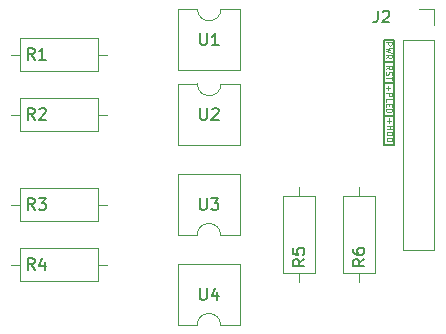
<source format=gto>
%TF.GenerationSoftware,KiCad,Pcbnew,(6.0.5)*%
%TF.CreationDate,2022-06-14T20:52:44+01:00*%
%TF.ProjectId,PiKVM,50694b56-4d2e-46b6-9963-61645f706362,rev?*%
%TF.SameCoordinates,Original*%
%TF.FileFunction,Legend,Top*%
%TF.FilePolarity,Positive*%
%FSLAX46Y46*%
G04 Gerber Fmt 4.6, Leading zero omitted, Abs format (unit mm)*
G04 Created by KiCad (PCBNEW (6.0.5)) date 2022-06-14 20:52:44*
%MOMM*%
%LPD*%
G01*
G04 APERTURE LIST*
%ADD10C,0.150000*%
%ADD11C,0.075000*%
%ADD12C,0.120000*%
%ADD13C,0.300000*%
%ADD14R,1.600000X1.600000*%
%ADD15O,1.600000X1.600000*%
%ADD16R,1.700000X1.700000*%
%ADD17O,1.700000X1.700000*%
%ADD18C,1.600000*%
G04 APERTURE END LIST*
D10*
X69024500Y-29210000D02*
X68135500Y-29210000D01*
X68135500Y-38100000D02*
X69024500Y-38100000D01*
X69024500Y-38100000D02*
X69024500Y-29210000D01*
X68135500Y-32893000D02*
X69024500Y-32893000D01*
X68135500Y-29210000D02*
X68135500Y-38100000D01*
X68135500Y-31115000D02*
X69024500Y-31115000D01*
X68135500Y-35687000D02*
X69024500Y-35687000D01*
D11*
X68315709Y-31730190D02*
X68553804Y-31563523D01*
X68315709Y-31444476D02*
X68815709Y-31444476D01*
X68815709Y-31634952D01*
X68791900Y-31682571D01*
X68768090Y-31706380D01*
X68720471Y-31730190D01*
X68649042Y-31730190D01*
X68601423Y-31706380D01*
X68577614Y-31682571D01*
X68553804Y-31634952D01*
X68553804Y-31444476D01*
X68339519Y-31920666D02*
X68315709Y-31992095D01*
X68315709Y-32111142D01*
X68339519Y-32158761D01*
X68363328Y-32182571D01*
X68410947Y-32206380D01*
X68458566Y-32206380D01*
X68506185Y-32182571D01*
X68529995Y-32158761D01*
X68553804Y-32111142D01*
X68577614Y-32015904D01*
X68601423Y-31968285D01*
X68625233Y-31944476D01*
X68672852Y-31920666D01*
X68720471Y-31920666D01*
X68768090Y-31944476D01*
X68791900Y-31968285D01*
X68815709Y-32015904D01*
X68815709Y-32134952D01*
X68791900Y-32206380D01*
X68815709Y-32349238D02*
X68815709Y-32634952D01*
X68315709Y-32492095D02*
X68815709Y-32492095D01*
X68290309Y-29432333D02*
X68790309Y-29432333D01*
X68790309Y-29622809D01*
X68766500Y-29670428D01*
X68742690Y-29694238D01*
X68695071Y-29718047D01*
X68623642Y-29718047D01*
X68576023Y-29694238D01*
X68552214Y-29670428D01*
X68528404Y-29622809D01*
X68528404Y-29432333D01*
X68790309Y-29884714D02*
X68290309Y-30003761D01*
X68647452Y-30099000D01*
X68290309Y-30194238D01*
X68790309Y-30313285D01*
X68290309Y-30789476D02*
X68528404Y-30622809D01*
X68290309Y-30503761D02*
X68790309Y-30503761D01*
X68790309Y-30694238D01*
X68766500Y-30741857D01*
X68742690Y-30765666D01*
X68695071Y-30789476D01*
X68623642Y-30789476D01*
X68576023Y-30765666D01*
X68552214Y-30741857D01*
X68528404Y-30694238D01*
X68528404Y-30503761D01*
X68506185Y-33120152D02*
X68506185Y-33501104D01*
X68315709Y-33310628D02*
X68696661Y-33310628D01*
X68315709Y-33739200D02*
X68815709Y-33739200D01*
X68815709Y-33929676D01*
X68791900Y-33977295D01*
X68768090Y-34001104D01*
X68720471Y-34024914D01*
X68649042Y-34024914D01*
X68601423Y-34001104D01*
X68577614Y-33977295D01*
X68553804Y-33929676D01*
X68553804Y-33739200D01*
X68315709Y-34477295D02*
X68315709Y-34239200D01*
X68815709Y-34239200D01*
X68577614Y-34643961D02*
X68577614Y-34810628D01*
X68315709Y-34882057D02*
X68315709Y-34643961D01*
X68815709Y-34643961D01*
X68815709Y-34882057D01*
X68315709Y-35096342D02*
X68815709Y-35096342D01*
X68815709Y-35215390D01*
X68791900Y-35286819D01*
X68744280Y-35334438D01*
X68696661Y-35358247D01*
X68601423Y-35382057D01*
X68529995Y-35382057D01*
X68434757Y-35358247D01*
X68387138Y-35334438D01*
X68339519Y-35286819D01*
X68315709Y-35215390D01*
X68315709Y-35096342D01*
X68556985Y-35877619D02*
X68556985Y-36258571D01*
X68366509Y-36068095D02*
X68747461Y-36068095D01*
X68366509Y-36496666D02*
X68866509Y-36496666D01*
X68628414Y-36496666D02*
X68628414Y-36782380D01*
X68366509Y-36782380D02*
X68866509Y-36782380D01*
X68366509Y-37020476D02*
X68866509Y-37020476D01*
X68866509Y-37139523D01*
X68842700Y-37210952D01*
X68795080Y-37258571D01*
X68747461Y-37282380D01*
X68652223Y-37306190D01*
X68580795Y-37306190D01*
X68485557Y-37282380D01*
X68437938Y-37258571D01*
X68390319Y-37210952D01*
X68366509Y-37139523D01*
X68366509Y-37020476D01*
X68366509Y-37520476D02*
X68866509Y-37520476D01*
X68866509Y-37639523D01*
X68842700Y-37710952D01*
X68795080Y-37758571D01*
X68747461Y-37782380D01*
X68652223Y-37806190D01*
X68580795Y-37806190D01*
X68485557Y-37782380D01*
X68437938Y-37758571D01*
X68390319Y-37710952D01*
X68366509Y-37639523D01*
X68366509Y-37520476D01*
D10*
%TO.C,U3*%
X52568095Y-42632380D02*
X52568095Y-43441904D01*
X52615714Y-43537142D01*
X52663333Y-43584761D01*
X52758571Y-43632380D01*
X52949047Y-43632380D01*
X53044285Y-43584761D01*
X53091904Y-43537142D01*
X53139523Y-43441904D01*
X53139523Y-42632380D01*
X53520476Y-42632380D02*
X54139523Y-42632380D01*
X53806190Y-43013333D01*
X53949047Y-43013333D01*
X54044285Y-43060952D01*
X54091904Y-43108571D01*
X54139523Y-43203809D01*
X54139523Y-43441904D01*
X54091904Y-43537142D01*
X54044285Y-43584761D01*
X53949047Y-43632380D01*
X53663333Y-43632380D01*
X53568095Y-43584761D01*
X53520476Y-43537142D01*
%TO.C,J2*%
X67611666Y-26757380D02*
X67611666Y-27471666D01*
X67564047Y-27614523D01*
X67468809Y-27709761D01*
X67325952Y-27757380D01*
X67230714Y-27757380D01*
X68040238Y-26852619D02*
X68087857Y-26805000D01*
X68183095Y-26757380D01*
X68421190Y-26757380D01*
X68516428Y-26805000D01*
X68564047Y-26852619D01*
X68611666Y-26947857D01*
X68611666Y-27043095D01*
X68564047Y-27185952D01*
X67992619Y-27757380D01*
X68611666Y-27757380D01*
%TO.C,R3*%
X38568333Y-43632380D02*
X38235000Y-43156190D01*
X37996904Y-43632380D02*
X37996904Y-42632380D01*
X38377857Y-42632380D01*
X38473095Y-42680000D01*
X38520714Y-42727619D01*
X38568333Y-42822857D01*
X38568333Y-42965714D01*
X38520714Y-43060952D01*
X38473095Y-43108571D01*
X38377857Y-43156190D01*
X37996904Y-43156190D01*
X38901666Y-42632380D02*
X39520714Y-42632380D01*
X39187380Y-43013333D01*
X39330238Y-43013333D01*
X39425476Y-43060952D01*
X39473095Y-43108571D01*
X39520714Y-43203809D01*
X39520714Y-43441904D01*
X39473095Y-43537142D01*
X39425476Y-43584761D01*
X39330238Y-43632380D01*
X39044523Y-43632380D01*
X38949285Y-43584761D01*
X38901666Y-43537142D01*
%TO.C,R1*%
X38568333Y-30932380D02*
X38235000Y-30456190D01*
X37996904Y-30932380D02*
X37996904Y-29932380D01*
X38377857Y-29932380D01*
X38473095Y-29980000D01*
X38520714Y-30027619D01*
X38568333Y-30122857D01*
X38568333Y-30265714D01*
X38520714Y-30360952D01*
X38473095Y-30408571D01*
X38377857Y-30456190D01*
X37996904Y-30456190D01*
X39520714Y-30932380D02*
X38949285Y-30932380D01*
X39235000Y-30932380D02*
X39235000Y-29932380D01*
X39139761Y-30075238D01*
X39044523Y-30170476D01*
X38949285Y-30218095D01*
%TO.C,U1*%
X52588095Y-28667380D02*
X52588095Y-29476904D01*
X52635714Y-29572142D01*
X52683333Y-29619761D01*
X52778571Y-29667380D01*
X52969047Y-29667380D01*
X53064285Y-29619761D01*
X53111904Y-29572142D01*
X53159523Y-29476904D01*
X53159523Y-28667380D01*
X54159523Y-29667380D02*
X53588095Y-29667380D01*
X53873809Y-29667380D02*
X53873809Y-28667380D01*
X53778571Y-28810238D01*
X53683333Y-28905476D01*
X53588095Y-28953095D01*
%TO.C,U4*%
X52568095Y-50252380D02*
X52568095Y-51061904D01*
X52615714Y-51157142D01*
X52663333Y-51204761D01*
X52758571Y-51252380D01*
X52949047Y-51252380D01*
X53044285Y-51204761D01*
X53091904Y-51157142D01*
X53139523Y-51061904D01*
X53139523Y-50252380D01*
X54044285Y-50585714D02*
X54044285Y-51252380D01*
X53806190Y-50204761D02*
X53568095Y-50919047D01*
X54187142Y-50919047D01*
%TO.C,R6*%
X66492380Y-47791666D02*
X66016190Y-48125000D01*
X66492380Y-48363095D02*
X65492380Y-48363095D01*
X65492380Y-47982142D01*
X65540000Y-47886904D01*
X65587619Y-47839285D01*
X65682857Y-47791666D01*
X65825714Y-47791666D01*
X65920952Y-47839285D01*
X65968571Y-47886904D01*
X66016190Y-47982142D01*
X66016190Y-48363095D01*
X65492380Y-46934523D02*
X65492380Y-47125000D01*
X65540000Y-47220238D01*
X65587619Y-47267857D01*
X65730476Y-47363095D01*
X65920952Y-47410714D01*
X66301904Y-47410714D01*
X66397142Y-47363095D01*
X66444761Y-47315476D01*
X66492380Y-47220238D01*
X66492380Y-47029761D01*
X66444761Y-46934523D01*
X66397142Y-46886904D01*
X66301904Y-46839285D01*
X66063809Y-46839285D01*
X65968571Y-46886904D01*
X65920952Y-46934523D01*
X65873333Y-47029761D01*
X65873333Y-47220238D01*
X65920952Y-47315476D01*
X65968571Y-47363095D01*
X66063809Y-47410714D01*
%TO.C,R2*%
X38568333Y-36012380D02*
X38235000Y-35536190D01*
X37996904Y-36012380D02*
X37996904Y-35012380D01*
X38377857Y-35012380D01*
X38473095Y-35060000D01*
X38520714Y-35107619D01*
X38568333Y-35202857D01*
X38568333Y-35345714D01*
X38520714Y-35440952D01*
X38473095Y-35488571D01*
X38377857Y-35536190D01*
X37996904Y-35536190D01*
X38949285Y-35107619D02*
X38996904Y-35060000D01*
X39092142Y-35012380D01*
X39330238Y-35012380D01*
X39425476Y-35060000D01*
X39473095Y-35107619D01*
X39520714Y-35202857D01*
X39520714Y-35298095D01*
X39473095Y-35440952D01*
X38901666Y-36012380D01*
X39520714Y-36012380D01*
%TO.C,R5*%
X61412380Y-47791666D02*
X60936190Y-48125000D01*
X61412380Y-48363095D02*
X60412380Y-48363095D01*
X60412380Y-47982142D01*
X60460000Y-47886904D01*
X60507619Y-47839285D01*
X60602857Y-47791666D01*
X60745714Y-47791666D01*
X60840952Y-47839285D01*
X60888571Y-47886904D01*
X60936190Y-47982142D01*
X60936190Y-48363095D01*
X60412380Y-46886904D02*
X60412380Y-47363095D01*
X60888571Y-47410714D01*
X60840952Y-47363095D01*
X60793333Y-47267857D01*
X60793333Y-47029761D01*
X60840952Y-46934523D01*
X60888571Y-46886904D01*
X60983809Y-46839285D01*
X61221904Y-46839285D01*
X61317142Y-46886904D01*
X61364761Y-46934523D01*
X61412380Y-47029761D01*
X61412380Y-47267857D01*
X61364761Y-47363095D01*
X61317142Y-47410714D01*
%TO.C,U2*%
X52588095Y-35012380D02*
X52588095Y-35821904D01*
X52635714Y-35917142D01*
X52683333Y-35964761D01*
X52778571Y-36012380D01*
X52969047Y-36012380D01*
X53064285Y-35964761D01*
X53111904Y-35917142D01*
X53159523Y-35821904D01*
X53159523Y-35012380D01*
X53588095Y-35107619D02*
X53635714Y-35060000D01*
X53730952Y-35012380D01*
X53969047Y-35012380D01*
X54064285Y-35060000D01*
X54111904Y-35107619D01*
X54159523Y-35202857D01*
X54159523Y-35298095D01*
X54111904Y-35440952D01*
X53540476Y-36012380D01*
X54159523Y-36012380D01*
%TO.C,R4*%
X38568333Y-48712380D02*
X38235000Y-48236190D01*
X37996904Y-48712380D02*
X37996904Y-47712380D01*
X38377857Y-47712380D01*
X38473095Y-47760000D01*
X38520714Y-47807619D01*
X38568333Y-47902857D01*
X38568333Y-48045714D01*
X38520714Y-48140952D01*
X38473095Y-48188571D01*
X38377857Y-48236190D01*
X37996904Y-48236190D01*
X39425476Y-48045714D02*
X39425476Y-48712380D01*
X39187380Y-47664761D02*
X38949285Y-48379047D01*
X39568333Y-48379047D01*
D12*
%TO.C,U3*%
X55980000Y-45785000D02*
X55980000Y-40585000D01*
X55980000Y-40585000D02*
X50680000Y-40585000D01*
X50680000Y-45785000D02*
X52330000Y-45785000D01*
X50680000Y-40585000D02*
X50680000Y-45785000D01*
X54330000Y-45785000D02*
X55980000Y-45785000D01*
X54330000Y-45785000D02*
G75*
G03*
X52330000Y-45785000I-1000000J0D01*
G01*
%TO.C,J2*%
X72425000Y-29210000D02*
X72425000Y-47050000D01*
X71095000Y-26610000D02*
X72425000Y-26610000D01*
X72425000Y-26610000D02*
X72425000Y-27940000D01*
X69765000Y-47050000D02*
X72425000Y-47050000D01*
X69765000Y-29210000D02*
X72425000Y-29210000D01*
X69765000Y-29210000D02*
X69765000Y-47050000D01*
%TO.C,R3*%
X43910000Y-44550000D02*
X43910000Y-41810000D01*
X37370000Y-44550000D02*
X43910000Y-44550000D01*
X36600000Y-43180000D02*
X37370000Y-43180000D01*
X43910000Y-41810000D02*
X37370000Y-41810000D01*
X37370000Y-41810000D02*
X37370000Y-44550000D01*
X44680000Y-43180000D02*
X43910000Y-43180000D01*
%TO.C,R1*%
X43910000Y-31850000D02*
X43910000Y-29110000D01*
X37370000Y-29110000D02*
X37370000Y-31850000D01*
X44680000Y-30480000D02*
X43910000Y-30480000D01*
X36600000Y-30480000D02*
X37370000Y-30480000D01*
X43910000Y-29110000D02*
X37370000Y-29110000D01*
X37370000Y-31850000D02*
X43910000Y-31850000D01*
%TO.C,U1*%
X56000000Y-31810000D02*
X56000000Y-26610000D01*
X56000000Y-26610000D02*
X54350000Y-26610000D01*
X50700000Y-26610000D02*
X50700000Y-31810000D01*
X50700000Y-31810000D02*
X56000000Y-31810000D01*
X52350000Y-26610000D02*
X50700000Y-26610000D01*
X52350000Y-26610000D02*
G75*
G03*
X54350000Y-26610000I1000000J0D01*
G01*
%TO.C,U4*%
X54330000Y-53405000D02*
X55980000Y-53405000D01*
X55980000Y-48205000D02*
X50680000Y-48205000D01*
X50680000Y-53405000D02*
X52330000Y-53405000D01*
X55980000Y-53405000D02*
X55980000Y-48205000D01*
X50680000Y-48205000D02*
X50680000Y-53405000D01*
X54330000Y-53405000D02*
G75*
G03*
X52330000Y-53405000I-1000000J0D01*
G01*
%TO.C,R6*%
X66040000Y-49760000D02*
X66040000Y-48990000D01*
X67410000Y-48990000D02*
X67410000Y-42450000D01*
X66040000Y-41680000D02*
X66040000Y-42450000D01*
X67410000Y-42450000D02*
X64670000Y-42450000D01*
X64670000Y-48990000D02*
X67410000Y-48990000D01*
X64670000Y-42450000D02*
X64670000Y-48990000D01*
%TO.C,R2*%
X43910000Y-34190000D02*
X37370000Y-34190000D01*
X36600000Y-35560000D02*
X37370000Y-35560000D01*
X43910000Y-36930000D02*
X43910000Y-34190000D01*
X37370000Y-36930000D02*
X43910000Y-36930000D01*
X37370000Y-34190000D02*
X37370000Y-36930000D01*
X44680000Y-35560000D02*
X43910000Y-35560000D01*
%TO.C,R5*%
X62330000Y-42450000D02*
X59590000Y-42450000D01*
X59590000Y-48990000D02*
X62330000Y-48990000D01*
X59590000Y-42450000D02*
X59590000Y-48990000D01*
X60960000Y-49760000D02*
X60960000Y-48990000D01*
X60960000Y-41680000D02*
X60960000Y-42450000D01*
X62330000Y-48990000D02*
X62330000Y-42450000D01*
%TO.C,U2*%
X50700000Y-38155000D02*
X56000000Y-38155000D01*
X56000000Y-32955000D02*
X54350000Y-32955000D01*
X52350000Y-32955000D02*
X50700000Y-32955000D01*
X56000000Y-38155000D02*
X56000000Y-32955000D01*
X50700000Y-32955000D02*
X50700000Y-38155000D01*
X52350000Y-32955000D02*
G75*
G03*
X54350000Y-32955000I1000000J0D01*
G01*
%TO.C,R4*%
X43910000Y-49630000D02*
X43910000Y-46890000D01*
X44680000Y-48260000D02*
X43910000Y-48260000D01*
X36600000Y-48260000D02*
X37370000Y-48260000D01*
X37370000Y-49630000D02*
X43910000Y-49630000D01*
X43910000Y-46890000D02*
X37370000Y-46890000D01*
X37370000Y-46890000D02*
X37370000Y-49630000D01*
%TD*%
%LPC*%
D13*
X37854285Y-39048571D02*
X37854285Y-40048571D01*
X37354285Y-39048571D02*
X37354285Y-39834285D01*
X37282857Y-39977142D01*
X37140000Y-40048571D01*
X38140000Y-39048571D02*
X37211428Y-39048571D01*
X37068571Y-39120000D01*
X36997142Y-39262857D01*
X38711428Y-39477142D02*
X39854285Y-39477142D01*
X40568571Y-40048571D02*
X40568571Y-38548571D01*
X40711428Y-39477142D02*
X41140000Y-40048571D01*
X41140000Y-39048571D02*
X40568571Y-39620000D01*
X41640000Y-39048571D02*
X41997142Y-40048571D01*
X42354285Y-39048571D01*
X42925714Y-40048571D02*
X42925714Y-39048571D01*
X42925714Y-39191428D02*
X42997142Y-39120000D01*
X43140000Y-39048571D01*
X43354285Y-39048571D01*
X43497142Y-39120000D01*
X43568571Y-39262857D01*
X43568571Y-40048571D01*
X43568571Y-39262857D02*
X43640000Y-39120000D01*
X43782857Y-39048571D01*
X43997142Y-39048571D01*
X44140000Y-39120000D01*
X44211428Y-39262857D01*
X44211428Y-40048571D01*
D14*
%TO.C,U3*%
X57140000Y-44455000D03*
D15*
X57140000Y-41915000D03*
X49520000Y-41915000D03*
X49520000Y-44455000D03*
%TD*%
D16*
%TO.C,J2*%
X71095000Y-27940000D03*
D17*
X71095000Y-30480000D03*
X71095000Y-33020000D03*
X71095000Y-35560000D03*
X71095000Y-38100000D03*
X71095000Y-40640000D03*
X71095000Y-43180000D03*
X71095000Y-45720000D03*
%TD*%
D18*
%TO.C,R3*%
X35560000Y-43180000D03*
D15*
X45720000Y-43180000D03*
%TD*%
D18*
%TO.C,R1*%
X35560000Y-30480000D03*
D15*
X45720000Y-30480000D03*
%TD*%
D14*
%TO.C,U1*%
X49540000Y-27940000D03*
D15*
X49540000Y-30480000D03*
X57160000Y-30480000D03*
X57160000Y-27940000D03*
%TD*%
D14*
%TO.C,U4*%
X57140000Y-52075000D03*
D15*
X57140000Y-49535000D03*
X49520000Y-49535000D03*
X49520000Y-52075000D03*
%TD*%
D18*
%TO.C,R6*%
X66040000Y-40640000D03*
D15*
X66040000Y-50800000D03*
%TD*%
D18*
%TO.C,R2*%
X35560000Y-35560000D03*
D15*
X45720000Y-35560000D03*
%TD*%
D18*
%TO.C,R5*%
X60960000Y-40640000D03*
D15*
X60960000Y-50800000D03*
%TD*%
D14*
%TO.C,U2*%
X49540000Y-34285000D03*
D15*
X49540000Y-36825000D03*
X57160000Y-36825000D03*
X57160000Y-34285000D03*
%TD*%
D18*
%TO.C,R4*%
X35560000Y-48260000D03*
D15*
X45720000Y-48260000D03*
%TD*%
D16*
%TO.C,J1*%
X30480000Y-27950000D03*
D17*
X33020000Y-27950000D03*
X30480000Y-30490000D03*
X33020000Y-30490000D03*
X30480000Y-33030000D03*
X33020000Y-33030000D03*
X30480000Y-35570000D03*
X33020000Y-35570000D03*
X30480000Y-38110000D03*
X33020000Y-38110000D03*
X30480000Y-40650000D03*
X33020000Y-40650000D03*
X30480000Y-43190000D03*
X33020000Y-43190000D03*
X30480000Y-45730000D03*
X33020000Y-45730000D03*
X30480000Y-48270000D03*
X33020000Y-48270000D03*
%TD*%
M02*

</source>
